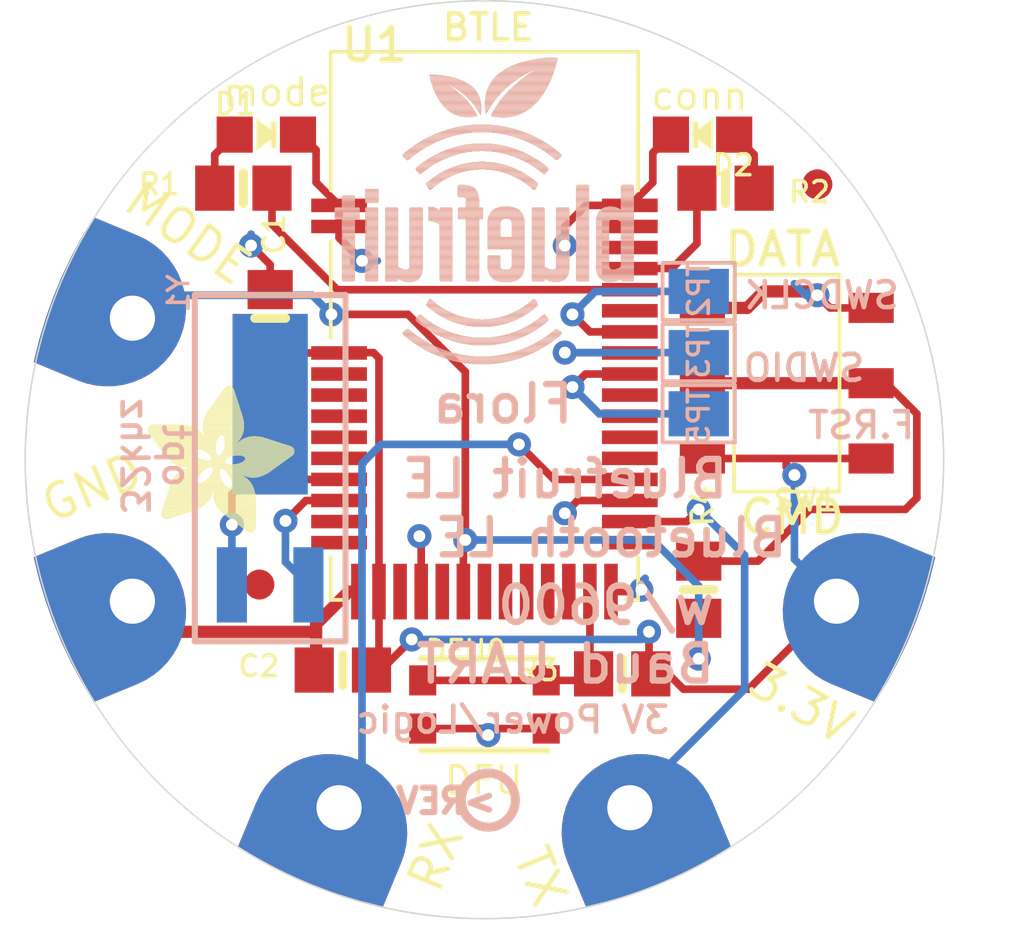
<source format=kicad_pcb>
(kicad_pcb (version 20211014) (generator pcbnew)
  (layers (0 "F.Cu" signal) (31 "B.Cu" signal) (34 "B.Paste" user) (35 "F.Paste" user) (36 "B.SilkS" user "B.Silkscreen") (37 "F.SilkS" user "F.Silkscreen") (38 "B.Mask" user) (39 "F.Mask" user) (44 "Edge.Cuts" user))
  (net 0 "")
  (net 1 "GND")
  (net 2 "DCC")
  (net 3 "DEC2")
  (net 4 "SWCLK")
  (net 5 "SWDIO/RST_3V")
  (net 6 "3.3V")
  (net 7 "MODE")
  (net 8 "CONN_LED")
  (net 9 "N$5")
  (net 10 "N$6")
  (net 11 "DFU")
  (net 12 "N$7")
  (net 13 "N$8")
  (net 14 "FCTRYRST_3V")
  (net 15 "N$1")
  (net 16 "MODE_LED")
  (net 17 "RXI")
  (net 18 "TXO")
  (footprint "boardEagle:0805-NO" (layer "F.Cu") (at 155.6131 109.3216 90)
    (fp_text reference "R4" (at 2.032 0.127 90) (layer "F.SilkS") (effects (font (size 0.692831 0.692831) (thickness 0.119969)) (justify left)))
    (fp_text value "2K")
    (pad "1" smd rect (at -0.95 0 90) (size 1.3 1.5) (layers "F.Cu" "F.Paste" "F.Mask") (net 7 "MODE"))
    (pad "2" smd rect (at 0.95 0 90) (size 1.3 1.5) (layers "F.Cu" "F.Paste" "F.Mask") (net 15 "N$1"))
  )
  (footprint "boardEagle:BTN_KMR2_4.6X2.8" (layer "F.Cu") (at 148.5011 113.1316)
    (fp_text reference "DFU0" (at -2.032 -1.778) (layer "F.SilkS") (effects (font (size 0.692831 0.692831) (thickness 0.119969)) (justify left)))
    (fp_text value "KMR2")
    (pad "A" smd rect (at 2.05 -0.8) (size 0.9 1) (layers "F.Cu" "F.Paste" "F.Mask") (net 11 "DFU"))
    (pad "A'" smd rect (at -2.05 -0.8) (size 0.9 1) (layers "F.Cu" "F.Paste" "F.Mask") (net 11 "DFU"))
    (pad "B" smd rect (at 2.05 0.8) (size 0.9 1) (layers "F.Cu" "F.Paste" "F.Mask") (net 1 "GND"))
    (pad "B'" smd rect (at -2.05 0.8) (size 0.9 1) (layers "F.Cu" "F.Paste" "F.Mask") (net 1 "GND"))
  )
  (footprint "boardEagle:0805-NO" (layer "F.Cu") (at 156.5021 95.9866)
    (fp_text reference "R2" (at 2.032 0.127) (layer "F.SilkS") (effects (font (size 0.692831 0.692831) (thickness 0.119969)) (justify left)))
    (fp_text value "2K")
    (pad "1" smd rect (at -0.95 0) (size 1.3 1.5) (layers "F.Cu" "F.Paste" "F.Mask") (net 8 "CONN_LED"))
    (pad "2" smd rect (at 0.95 0) (size 1.3 1.5) (layers "F.Cu" "F.Paste" "F.Mask") (net 10 "N$6"))
  )
  (footprint "boardEagle:FIDUCIAL_1MM" (layer "F.Cu") (at 141.0311 109.1496)
    (fp_text reference "FID2" hide)
    (fp_text value "FIDUCIAL\"\"" hide)
    (pad "1" smd roundrect (at 0 0) (size 1 1) (layers "F.Cu" "F.Mask") (roundrect_rratio 0.5))
  )
  (footprint "boardEagle:ADAFRUIT_5MM" (layer "F.Cu") (at 137.3251 107.4166)
    (fp_text reference "U$6" hide)
    (fp_text value "" hide)
  )
  (footprint "boardEagle:0805-NO" (layer "F.Cu") (at 140.5001 95.9866 180)
    (fp_text reference "R1" (at 2.032 0.127) (layer "F.SilkS") (effects (font (size 0.692831 0.692831) (thickness 0.119969)) (justify right)))
    (fp_text value "2K")
    (pad "1" smd rect (at -0.95 0 180) (size 1.3 1.5) (layers "F.Cu" "F.Paste" "F.Mask") (net 16 "MODE_LED"))
    (pad "2" smd rect (at 0.95 0 180) (size 1.3 1.5) (layers "F.Cu" "F.Paste" "F.Mask") (net 9 "N$5"))
  )
  (footprint "boardEagle:CHIPLED_0805_NOOUTLINE" (layer "F.Cu") (at 155.7401 94.2086 90)
    (fp_text reference "D2" (at -1.016 1.778) (layer "F.SilkS") (effects (font (size 0.692831 0.692831) (thickness 0.119969)) (justify right)))
    (fp_text value "BLUE")
    (pad "A" smd rect (at 0 1.05 90) (size 1.2 1.2) (layers "F.Cu" "F.Paste" "F.Mask") (net 10 "N$6"))
    (pad "C" smd rect (at 0 -1.05 90) (size 1.2 1.2) (layers "F.Cu" "F.Paste" "F.Mask") (net 1 "GND"))
  )
  (footprint "boardEagle:SEWINGTAP_2.0" (layer "F.Cu") (at 136.8171 100.3046 67.5)
    (fp_text reference "TP1" hide)
    (fp_text value "SEWTAP-2.0IN" hide)
    (fp_poly (pts (xy 1.097845 -2.657662) (xy 1.826708 -2.584729) (xy 2.6035 -2.467646) (xy 2.6035 -0.887081) (xy 2.584633 -0.575169) (xy 2.527959 -0.265914) (xy 2.434423 0.034255) (xy 2.305387 0.320961) (xy 2.142734 0.590022) (xy 1.948834 0.837517) (xy 1.726517 1.059834) (xy 1.479022 1.253734) (xy 1.209961 1.416387) (xy 0.923255 1.545423) (xy 0.623086 1.638959) (xy 0.313831 1.695633) (xy 0 1.714616) (xy -0.313831 1.695633) (xy -0.623086 1.638959) (xy -0.923255 1.545423) (xy -1.209961 1.416387) (xy -1.479022 1.253734) (xy -1.726517 1.059834) (xy -1.948834 0.837517) (xy -2.142734 0.590022) (xy -2.305387 0.320961) (xy -2.434423 0.034255) (xy -2.527959 -0.265914) (xy -2.584633 -0.575169) (xy -2.6035 -0.887081) (xy -2.6035 -2.467646) (xy -1.826708 -2.584729) (xy -1.097845 -2.657662) (xy -0.366252 -2.694174) (xy 0.366252 -2.694174)) (layer "F.Cu") (width 0) (fill solid))
    (fp_poly (pts (xy 1.097845 -2.657662) (xy 1.826708 -2.584729) (xy 2.6035 -2.467646) (xy 2.6035 -0.887081) (xy 2.584633 -0.575169) (xy 2.527959 -0.265914) (xy 2.434423 0.034255) (xy 2.305387 0.320961) (xy 2.142734 0.590022) (xy 1.948834 0.837517) (xy 1.726517 1.059834) (xy 1.479022 1.253734) (xy 1.209961 1.416387) (xy 0.923255 1.545423) (xy 0.623086 1.638959) (xy 0.313831 1.695633) (xy 0 1.714616) (xy -0.313831 1.695633) (xy -0.623086 1.638959) (xy -0.923255 1.545423) (xy -1.209961 1.416387) (xy -1.479022 1.253734) (xy -1.726517 1.059834) (xy -1.948834 0.837517) (xy -2.142734 0.590022) (xy -2.305387 0.320961) (xy -2.434423 0.034255) (xy -2.527959 -0.265914) (xy -2.584633 -0.575169) (xy -2.6035 -0.887081) (xy -2.6035 -2.467646) (xy -1.826708 -2.584729) (xy -1.097845 -2.657662) (xy -0.366252 -2.694174) (xy 0.366252 -2.694174)) (layer "B.Cu") (width 0) (fill solid))
    (pad "P$1" thru_hole circle (at 0 0 67.5) (size 2.54 2.54) (drill 1.5) (layers *.Cu *.Mask) (net 7 "MODE"))
  )
  (footprint "boardEagle:0805-NO" (layer "F.Cu") (at 141.3891 100.3046 90)
    (fp_text reference "C1" (at 2.032 0.127 90) (layer "F.SilkS") (effects (font (size 0.692831 0.692831) (thickness 0.119969)) (justify left)))
    (fp_text value "1uF")
    (pad "1" smd rect (at -0.95 0 90) (size 1.3 1.5) (layers "F.Cu" "F.Paste" "F.Mask") (net 6 "3.3V"))
    (pad "2" smd rect (at 0.95 0 90) (size 1.3 1.5) (layers "F.Cu" "F.Paste" "F.Mask") (net 1 "GND"))
  )
  (footprint "boardEagle:0805-NO" (layer "F.Cu") (at 153.0731 112.1156 180)
    (fp_text reference "R3" (at 2.032 0.127) (layer "F.SilkS") (effects (font (size 0.692831 0.692831) (thickness 0.119969)) (justify right)))
    (fp_text value "10K")
    (pad "1" smd rect (at -0.95 0 180) (size 1.3 1.5) (layers "F.Cu" "F.Paste" "F.Mask") (net 6 "3.3V"))
    (pad "2" smd rect (at 0.95 0 180) (size 1.3 1.5) (layers "F.Cu" "F.Paste" "F.Mask") (net 11 "DFU"))
  )
  (footprint "boardEagle:EG1390" (layer "F.Cu") (at 158.5341 102.4636 90)
    (fp_text reference "SW1" (at -3.886 1.764) (layer "F.SilkS") (effects (font (size 0.692831 0.692831) (thickness 0.119969)) (justify right)))
    (fp_text value "EG1319")
    (pad "" np_thru_hole circle (at -1.5 0 90) (size 1 1) (drill 1) (layers *.Cu *.Mask))
    (pad "" np_thru_hole circle (at 1.5 0 90) (size 1 1) (drill 1) (layers *.Cu *.Mask))
    (pad "O1" smd rect (at -2.5 -2.8 90) (size 1 1.5) (layers "F.Cu" "F.Paste" "F.Mask") (net 6 "3.3V"))
    (pad "O2" smd rect (at -2.5 2.8 90) (size 1 1.5) (layers "F.Cu" "F.Paste" "F.Mask") (net 6 "3.3V"))
    (pad "P1" smd rect (at 0 -2.8 90) (size 1 1.5) (layers "F.Cu" "F.Paste" "F.Mask") (net 15 "N$1"))
    (pad "P2" smd rect (at 0 2.8 90) (size 1 1.5) (layers "F.Cu" "F.Paste" "F.Mask") (net 15 "N$1"))
    (pad "S1" smd rect (at 2.5 -2.8 90) (size 1 1.5) (layers "F.Cu" "F.Paste" "F.Mask") (net 1 "GND"))
    (pad "S2" smd rect (at 2.5 2.8 90) (size 1 1.5) (layers "F.Cu" "F.Paste" "F.Mask") (net 1 "GND"))
  )
  (footprint "boardEagle:SEWINGTAP_2.0" (layer "F.Cu") (at 153.3271 116.5606 -157.5)
    (fp_text reference "TX0" hide)
    (fp_text value "SEWTAP-2.0IN" hide)
    (fp_poly (pts (xy 1.097845 -2.657662) (xy 1.826708 -2.584729) (xy 2.6035 -2.467646) (xy 2.6035 -0.887081) (xy 2.584633 -0.575169) (xy 2.527959 -0.265914) (xy 2.434423 0.034255) (xy 2.305387 0.320961) (xy 2.142734 0.590022) (xy 1.948834 0.837517) (xy 1.726517 1.059834) (xy 1.479022 1.253734) (xy 1.209961 1.416387) (xy 0.923255 1.545423) (xy 0.623086 1.638959) (xy 0.313831 1.695633) (xy 0 1.714616) (xy -0.313831 1.695633) (xy -0.623086 1.638959) (xy -0.923255 1.545423) (xy -1.209961 1.416387) (xy -1.479022 1.253734) (xy -1.726517 1.059834) (xy -1.948834 0.837517) (xy -2.142734 0.590022) (xy -2.305387 0.320961) (xy -2.434423 0.034255) (xy -2.527959 -0.265914) (xy -2.584633 -0.575169) (xy -2.6035 -0.887081) (xy -2.6035 -2.467646) (xy -1.826708 -2.584729) (xy -1.097845 -2.657662) (xy -0.366252 -2.694174) (xy 0.366252 -2.694174)) (layer "F.Cu") (width 0) (fill solid))
    (fp_poly (pts (xy 1.097845 -2.657662) (xy 1.826708 -2.584729) (xy 2.6035 -2.467646) (xy 2.6035 -0.887081) (xy 2.584633 -0.575169) (xy 2.527959 -0.265914) (xy 2.434423 0.034255) (xy 2.305387 0.320961) (xy 2.142734 0.590022) (xy 1.948834 0.837517) (xy 1.726517 1.059834) (xy 1.479022 1.253734) (xy 1.209961 1.416387) (xy 0.923255 1.545423) (xy 0.623086 1.638959) (xy 0.313831 1.695633) (xy 0 1.714616) (xy -0.313831 1.695633) (xy -0.623086 1.638959) (xy -0.923255 1.545423) (xy -1.209961 1.416387) (xy -1.479022 1.253734) (xy -1.726517 1.059834) (xy -1.948834 0.837517) (xy -2.142734 0.590022) (xy -2.305387 0.320961) (xy -2.434423 0.034255) (xy -2.527959 -0.265914) (xy -2.584633 -0.575169) (xy -2.6035 -0.887081) (xy -2.6035 -2.467646) (xy -1.826708 -2.584729) (xy -1.097845 -2.657662) (xy -0.366252 -2.694174) (xy 0.366252 -2.694174)) (layer "B.Cu") (width 0) (fill solid))
    (pad "P$1" thru_hole circle (at 0 0 202.5) (size 2.54 2.54) (drill 1.5) (layers *.Cu *.Mask) (net 18 "TXO"))
  )
  (footprint "boardEagle:BLE_MODULE_RAYTAC_MDBT40" (layer "F.Cu") (at 148.5011 100.5586)
    (fp_text reference "U1" (at -4.866 -9.328) (layer "F.SilkS") (effects (font (size 1.082548 1.082548) (thickness 0.187452)) (justify left)))
    (fp_text value "MBT40")
    (pad "" np_thru_hole circle (at 2.2 -4.45) (size 0.9 0.9) (drill 0.9) (layers *.Cu *.Mask))
    (pad "1" smd rect (at -4.825 -4) (size 1.85 0.45) (layers "F.Cu" "F.Paste" "F.Mask") (net 1 "GND"))
    (pad "2" smd rect (at -4.825 -3.3) (size 1.85 0.45) (layers "F.Cu" "F.Paste" "F.Mask") (net 1 "GND"))
    (pad "3" smd rect (at -4.825 0.9) (size 1.85 0.45) (layers "F.Cu" "F.Paste" "F.Mask") (net 6 "3.3V"))
    (pad "4" smd rect (at -4.825 1.6) (size 1.85 0.45) (layers "F.Cu" "F.Paste" "F.Mask"))
    (pad "5" smd rect (at -4.825 2.3) (size 1.85 0.45) (layers "F.Cu" "F.Paste" "F.Mask"))
    (pad "6" smd rect (at -4.825 3) (size 1.85 0.45) (layers "F.Cu" "F.Paste" "F.Mask"))
    (pad "7" smd rect (at -4.825 3.7) (size 1.85 0.45) (layers "F.Cu" "F.Paste" "F.Mask"))
    (pad "8" smd rect (at -4.825 4.4) (size 1.85 0.45) (layers "F.Cu" "F.Paste" "F.Mask"))
    (pad "9" smd rect (at -4.825 5.1) (size 1.85 0.45) (layers "F.Cu" "F.Paste" "F.Mask") (net 12 "N$7"))
    (pad "10" smd rect (at -4.825 5.8) (size 1.85 0.45) (layers "F.Cu" "F.Paste" "F.Mask") (net 13 "N$8"))
    (pad "11" smd rect (at -4.825 6.5) (size 1.85 0.45) (layers "F.Cu" "F.Paste" "F.Mask"))
    (pad "12" smd rect (at -4.825 7.2) (size 1.85 0.45) (layers "F.Cu" "F.Paste" "F.Mask"))
    (pad "13" smd rect (at -4.2 8.825 90) (size 1.85 0.45) (layers "F.Cu" "F.Paste" "F.Mask") (net 1 "GND"))
    (pad "14" smd rect (at -3.5 8.825 90) (size 1.85 0.45) (layers "F.Cu" "F.Paste" "F.Mask") (net 6 "3.3V"))
    (pad "15" smd rect (at -2.8 8.825 90) (size 1.85 0.45) (layers "F.Cu" "F.Paste" "F.Mask") (net 2 "DCC"))
    (pad "16" smd rect (at -2.1 8.825 90) (size 1.85 0.45) (layers "F.Cu" "F.Paste" "F.Mask") (net 1 "GND"))
    (pad "17" smd rect (at -1.4 8.825 90) (size 1.85 0.45) (layers "F.Cu" "F.Paste" "F.Mask"))
    (pad "18" smd rect (at -0.7 8.825 90) (size 1.85 0.45) (layers "F.Cu" "F.Paste" "F.Mask") (net 7 "MODE"))
    (pad "19" smd rect (at 0 8.825 90) (size 1.85 0.45) (layers "F.Cu" "F.Paste" "F.Mask"))
    (pad "20" smd rect (at 0.7 8.825 90) (size 1.85 0.45) (layers "F.Cu" "F.Paste" "F.Mask"))
    (pad "21" smd rect (at 1.4 8.825 90) (size 1.85 0.45) (layers "F.Cu" "F.Paste" "F.Mask"))
    (pad "22" smd rect (at 2.1 8.825 90) (size 1.85 0.45) (layers "F.Cu" "F.Paste" "F.Mask"))
    (pad "23" smd rect (at 2.8 8.825 90) (size 1.85 0.45) (layers "F.Cu" "F.Paste" "F.Mask"))
    (pad "24" smd rect (at 3.5 8.825 90) (size 1.85 0.45) (layers "F.Cu" "F.Paste" "F.Mask") (net 11 "DFU"))
    (pad "25" smd rect (at 4.2 8.825 90) (size 1.85 0.45) (layers "F.Cu" "F.Paste" "F.Mask") (net 1 "GND"))
    (pad "26" smd rect (at 4.825 7.2) (size 1.85 0.45) (layers "F.Cu" "F.Paste" "F.Mask"))
    (pad "27" smd rect (at 4.825 6.5) (size 1.85 0.45) (layers "F.Cu" "F.Paste" "F.Mask") (net 18 "TXO"))
    (pad "28" smd rect (at 4.825 5.8) (size 1.85 0.45) (layers "F.Cu" "F.Paste" "F.Mask") (net 1 "GND"))
    (pad "29" smd rect (at 4.825 5.1) (size 1.85 0.45) (layers "F.Cu" "F.Paste" "F.Mask") (net 17 "RXI"))
    (pad "30" smd rect (at 4.825 4.4) (size 1.85 0.45) (layers "F.Cu" "F.Paste" "F.Mask"))
    (pad "31" smd rect (at 4.825 3.7) (size 1.85 0.45) (layers "F.Cu" "F.Paste" "F.Mask"))
    (pad "32" smd rect (at 4.825 3) (size 1.85 0.45) (layers "F.Cu" "F.Paste" "F.Mask"))
    (pad "33" smd rect (at 4.825 2.3) (size 1.85 0.45) (layers "F.Cu" "F.Paste" "F.Mask"))
    (pad "34" smd rect (at 4.825 1.6) (size 1.85 0.45) (layers "F.Cu" "F.Paste" "F.Mask") (net 14 "FCTRYRST_3V"))
    (pad "35" smd rect (at 4.825 0.9) (size 1.85 0.45) (layers "F.Cu" "F.Paste" "F.Mask") (net 5 "SWDIO/RST_3V"))
    (pad "36" smd rect (at 4.825 0.2) (size 1.85 0.45) (layers "F.Cu" "F.Paste" "F.Mask") (net 4 "SWCLK"))
    (pad "37" smd rect (at 4.825 -0.5) (size 1.85 0.45) (layers "F.Cu" "F.Paste" "F.Mask"))
    (pad "38" smd rect (at 4.825 -1.2) (size 1.85 0.45) (layers "F.Cu" "F.Paste" "F.Mask") (net 16 "MODE_LED"))
    (pad "39" smd rect (at 4.825 -1.9) (size 1.85 0.45) (layers "F.Cu" "F.Paste" "F.Mask") (net 8 "CONN_LED"))
    (pad "40" smd rect (at 4.825 -2.6) (size 1.85 0.45) (layers "F.Cu" "F.Paste" "F.Mask"))
    (pad "41" smd rect (at 4.825 -3.3) (size 1.85 0.45) (layers "F.Cu" "F.Paste" "F.Mask") (net 3 "DEC2"))
    (pad "42" smd rect (at 4.825 -4) (size 1.85 0.45) (layers "F.Cu" "F.Paste" "F.Mask") (net 1 "GND"))
  )
  (footprint "boardEagle:FIDUCIAL_1MM" (layer "F.Cu") (at 159.5501 95.8596)
    (fp_text reference "FID1" hide)
    (fp_text value "FIDUCIAL\"\"" hide)
    (pad "1" smd roundrect (at 0 0) (size 1 1) (layers "F.Cu" "F.Mask") (roundrect_rratio 0.5))
  )
  (footprint "boardEagle:SEWINGTAP_2.0" (layer "F.Cu") (at 143.6751 116.5606 157.5)
    (fp_text reference "RX0" hide)
    (fp_text value "SEWTAP-2.0IN" hide)
    (fp_poly (pts (xy 1.097845 -2.657662) (xy 1.826708 -2.584729) (xy 2.6035 -2.467646) (xy 2.6035 -0.887081) (xy 2.584633 -0.575169) (xy 2.527959 -0.265914) (xy 2.434423 0.034255) (xy 2.305387 0.320961) (xy 2.142734 0.590022) (xy 1.948834 0.837517) (xy 1.726517 1.059834) (xy 1.479022 1.253734) (xy 1.209961 1.416387) (xy 0.923255 1.545423) (xy 0.623086 1.638959) (xy 0.313831 1.695633) (xy 0 1.714616) (xy -0.313831 1.695633) (xy -0.623086 1.638959) (xy -0.923255 1.545423) (xy -1.209961 1.416387) (xy -1.479022 1.253734) (xy -1.726517 1.059834) (xy -1.948834 0.837517) (xy -2.142734 0.590022) (xy -2.305387 0.320961) (xy -2.434423 0.034255) (xy -2.527959 -0.265914) (xy -2.584633 -0.575169) (xy -2.6035 -0.887081) (xy -2.6035 -2.467646) (xy -1.826708 -2.584729) (xy -1.097845 -2.657662) (xy -0.366252 -2.694174) (xy 0.366252 -2.694174)) (layer "F.Cu") (width 0) (fill solid))
    (fp_poly (pts (xy 1.097845 -2.657662) (xy 1.826708 -2.584729) (xy 2.6035 -2.467646) (xy 2.6035 -0.887081) (xy 2.584633 -0.575169) (xy 2.527959 -0.265914) (xy 2.434423 0.034255) (xy 2.305387 0.320961) (xy 2.142734 0.590022) (xy 1.948834 0.837517) (xy 1.726517 1.059834) (xy 1.479022 1.253734) (xy 1.209961 1.416387) (xy 0.923255 1.545423) (xy 0.623086 1.638959) (xy 0.313831 1.695633) (xy 0 1.714616) (xy -0.313831 1.695633) (xy -0.623086 1.638959) (xy -0.923255 1.545423) (xy -1.209961 1.416387) (xy -1.479022 1.253734) (xy -1.726517 1.059834) (xy -1.948834 0.837517) (xy -2.142734 0.590022) (xy -2.305387 0.320961) (xy -2.434423 0.034255) (xy -2.527959 -0.265914) (xy -2.584633 -0.575169) (xy -2.6035 -0.887081) (xy -2.6035 -2.467646) (xy -1.826708 -2.584729) (xy -1.097845 -2.657662) (xy -0.366252 -2.694174) (xy 0.366252 -2.694174)) (layer "B.Cu") (width 0) (fill solid))
    (pad "P$1" thru_hole circle (at 0 0 157.5) (size 2.54 2.54) (drill 1.5) (layers *.Cu *.Mask) (net 17 "RXI"))
  )
  (footprint "boardEagle:SEWINGTAP_2.0" (layer "F.Cu") (at 136.8171 109.7026 112.5)
    (fp_text reference "GND0" hide)
    (fp_text value "SEWTAP-2.0IN" hide)
    (fp_poly (pts (xy 1.097845 -2.657662) (xy 1.826708 -2.584729) (xy 2.6035 -2.467646) (xy 2.6035 -0.887081) (xy 2.584633 -0.575169) (xy 2.527959 -0.265914) (xy 2.434423 0.034255) (xy 2.305387 0.320961) (xy 2.142734 0.590022) (xy 1.948834 0.837517) (xy 1.726517 1.059834) (xy 1.479022 1.253734) (xy 1.209961 1.416387) (xy 0.923255 1.545423) (xy 0.623086 1.638959) (xy 0.313831 1.695633) (xy 0 1.714616) (xy -0.313831 1.695633) (xy -0.623086 1.638959) (xy -0.923255 1.545423) (xy -1.209961 1.416387) (xy -1.479022 1.253734) (xy -1.726517 1.059834) (xy -1.948834 0.837517) (xy -2.142734 0.590022) (xy -2.305387 0.320961) (xy -2.434423 0.034255) (xy -2.527959 -0.265914) (xy -2.584633 -0.575169) (xy -2.6035 -0.887081) (xy -2.6035 -2.467646) (xy -1.826708 -2.584729) (xy -1.097845 -2.657662) (xy -0.366252 -2.694174) (xy 0.366252 -2.694174)) (layer "F.Cu") (width 0) (fill solid))
    (fp_poly (pts (xy 1.097845 -2.657662) (xy 1.826708 -2.584729) (xy 2.6035 -2.467646) (xy 2.6035 -0.887081) (xy 2.584633 -0.575169) (xy 2.527959 -0.265914) (xy 2.434423 0.034255) (xy 2.305387 0.320961) (xy 2.142734 0.590022) (xy 1.948834 0.837517) (xy 1.726517 1.059834) (xy 1.479022 1.253734) (xy 1.209961 1.416387) (xy 0.923255 1.545423) (xy 0.623086 1.638959) (xy 0.313831 1.695633) (xy 0 1.714616) (xy -0.313831 1.695633) (xy -0.623086 1.638959) (xy -0.923255 1.545423) (xy -1.209961 1.416387) (xy -1.479022 1.253734) (xy -1.726517 1.059834) (xy -1.948834 0.837517) (xy -2.142734 0.590022) (xy -2.305387 0.320961) (xy -2.434423 0.034255) (xy -2.527959 -0.265914) (xy -2.584633 -0.575169) (xy -2.6035 -0.887081) (xy -2.6035 -2.467646) (xy -1.826708 -2.584729) (xy -1.097845 -2.657662) (xy -0.366252 -2.694174) (xy 0.366252 -2.694174)) (layer "B.Cu") (width 0) (fill solid))
    (pad "P$1" thru_hole circle (at 0 0 112.5) (size 2.54 2.54) (drill 1.5) (layers *.Cu *.Mask) (net 1 "GND"))
  )
  (footprint "boardEagle:CHIPLED_0805_NOOUTLINE" (layer "F.Cu") (at 141.2621 94.2086 -90)
    (fp_text reference "D1" (at -1.016 1.778) (layer "F.SilkS") (effects (font (size 0.692831 0.692831) (thickness 0.119969)) (justify left)))
    (fp_text value "RED")
    (pad "A" smd rect (at 0 1.05 270) (size 1.2 1.2) (layers "F.Cu" "F.Paste" "F.Mask") (net 9 "N$5"))
    (pad "C" smd rect (at 0 -1.05 270) (size 1.2 1.2) (layers "F.Cu" "F.Paste" "F.Mask") (net 1 "GND"))
  )
  (footprint "boardEagle:SEWINGTAP_2.0" (layer "F.Cu") (at 160.1851 109.7026 -112.5)
    (fp_text reference "UNK3V3IN0" hide)
    (fp_text value "SEWTAP-2.0IN" hide)
    (fp_poly (pts (xy 1.097845 -2.657662) (xy 1.826708 -2.584729) (xy 2.6035 -2.467646) (xy 2.6035 -0.887081) (xy 2.584633 -0.575169) (xy 2.527959 -0.265914) (xy 2.434423 0.034255) (xy 2.305387 0.320961) (xy 2.142734 0.590022) (xy 1.948834 0.837517) (xy 1.726517 1.059834) (xy 1.479022 1.253734) (xy 1.209961 1.416387) (xy 0.923255 1.545423) (xy 0.623086 1.638959) (xy 0.313831 1.695633) (xy 0 1.714616) (xy -0.313831 1.695633) (xy -0.623086 1.638959) (xy -0.923255 1.545423) (xy -1.209961 1.416387) (xy -1.479022 1.253734) (xy -1.726517 1.059834) (xy -1.948834 0.837517) (xy -2.142734 0.590022) (xy -2.305387 0.320961) (xy -2.434423 0.034255) (xy -2.527959 -0.265914) (xy -2.584633 -0.575169) (xy -2.6035 -0.887081) (xy -2.6035 -2.467646) (xy -1.826708 -2.584729) (xy -1.097845 -2.657662) (xy -0.366252 -2.694174) (xy 0.366252 -2.694174)) (layer "F.Cu") (width 0) (fill solid))
    (fp_poly (pts (xy 1.097845 -2.657662) (xy 1.826708 -2.584729) (xy 2.6035 -2.467646) (xy 2.6035 -0.887081) (xy 2.584633 -0.575169) (xy 2.527959 -0.265914) (xy 2.434423 0.034255) (xy 2.305387 0.320961) (xy 2.142734 0.590022) (xy 1.948834 0.837517) (xy 1.726517 1.059834) (xy 1.479022 1.253734) (xy 1.209961 1.416387) (xy 0.923255 1.545423) (xy 0.623086 1.638959) (xy 0.313831 1.695633) (xy 0 1.714616) (xy -0.313831 1.695633) (xy -0.623086 1.638959) (xy -0.923255 1.545423) (xy -1.209961 1.416387) (xy -1.479022 1.253734) (xy -1.726517 1.059834) (xy -1.948834 0.837517) (xy -2.142734 0.590022) (xy -2.305387 0.320961) (xy -2.434423 0.034255) (xy -2.527959 -0.265914) (xy -2.584633 -0.575169) (xy -2.6035 -0.887081) (xy -2.6035 -2.467646) (xy -1.826708 -2.584729) (xy -1.097845 -2.657662) (xy -0.366252 -2.694174) (xy 0.366252 -2.694174)) (layer "B.Cu") (width 0) (fill solid))
    (pad "P$1" thru_hole circle (at 0 0 247.5) (size 2.54 2.54) (drill 1.5) (layers *.Cu *.Mask) (net 6 "3.3V"))
  )
  (footprint "boardEagle:0805-NO" (layer "F.Cu") (at 143.8021 111.9886 180)
    (fp_text reference "C2" (at 2.032 0.127) (layer "F.SilkS") (effects (font (size 0.692831 0.692831) (thickness 0.119969)) (justify right)))
    (fp_text value "1uF")
    (pad "1" smd rect (at -0.95 0 180) (size 1.3 1.5) (layers "F.Cu" "F.Paste" "F.Mask") (net 6 "3.3V"))
    (pad "2" smd rect (at 0.95 0 180) (size 1.3 1.5) (layers "F.Cu" "F.Paste" "F.Mask") (net 1 "GND"))
  )
  (footprint "boardEagle:PCBFEAT-REV-040" (layer "B.Cu") (at 148.6281 116.3066 180)
    (fp_text reference "U$24" hide)
    (fp_text value "" hide)
    (fp_text user ">REV" (at -0.3556 -0.508) (layer "B.SilkS") (effects (font (size 0.8128 0.8128) (thickness 0.2032)) (justify left bottom mirror)))
  )
  (footprint "boardEagle:PAD-1.5X2.0" (layer "B.Cu") (at 155.6131 101.4476 90)
    (fp_text reference "TP3" (at 1.1 0 90) (layer "B.SilkS") (effects (font (size 0.692831 0.692831) (thickness 0.119969)) (justify left mirror)))
    (fp_text value "SWDIO")
    (pad "P$1" smd rect (at 0 0 90) (size 1.5 2) (layers "B.Cu" "B.Mask") (net 5 "SWDIO/RST_3V"))
  )
  (footprint "boardEagle:PAD-1.5X2.0" (layer "B.Cu") (at 155.6131 99.4156 90)
    (fp_text reference "TP2" (at 1.1 0 90) (layer "B.SilkS") (effects (font (size 0.692831 0.692831) (thickness 0.119969)) (justify left mirror)))
    (fp_text value "SWCLK")
    (pad "P$1" smd rect (at 0 0 90) (size 1.5 2) (layers "B.Cu" "B.Mask") (net 4 "SWCLK"))
  )
  (footprint "boardEagle:CRYSTAL_CYL_2X6MM_SMT" (layer "B.Cu") (at 141.3891 107.0356 -90)
    (fp_text reference "Y1" (at -6.85 3.04 -270) (layer "B.SilkS") (effects (font (size 0.692831 0.692831) (thickness 0.119969)) (justify right mirror)))
    (fp_text value "32.768kHz (535-9166-2-ND)")
    (pad "1" smd rect (at 2.125 1.27 270) (size 2.5 1) (layers "B.Cu" "B.Paste" "B.Mask") (net 12 "N$7"))
    (pad "2" smd rect (at 2.125 -1.27 270) (size 2.5 1) (layers "B.Cu" "B.Paste" "B.Mask") (net 13 "N$8"))
    (pad "CYLINDER" smd rect (at -3.875 0 270) (size 6 2.5) (layers "B.Cu" "B.Paste" "B.Mask"))
  )
  (footprint "boardEagle:PAD-1.5X2.0" (layer "B.Cu") (at 155.6131 103.4796 -90)
    (fp_text reference "TP5" (at 1.1 0 -270) (layer "B.SilkS") (effects (font (size 0.692831 0.692831) (thickness 0.119969)) (justify right mirror)))
    (fp_text value "FCTRST")
    (pad "P$1" smd rect (at 0 0 270) (size 1.5 2) (layers "B.Cu" "B.Mask") (net 14 "FCTRYRST_3V"))
  )
  (footprint "boardEagle:FLORASMALL" (layer "B.Cu") (at 153.5811 95.8596 -90)
    (fp_text reference "U$7" hide)
    (fp_text value "" hide)
  )
  (footprint "boardEagle:BLUEFRUITLOGO_100MM" (layer "B.Cu") (at 153.4541 101.8286 180)
    (fp_text reference "U$23" hide)
    (fp_text value "" hide)
  )
  (gr_arc (start 148.5011 120.2436) (mid 137.724793 115.779907) (end 133.2611 105.0036) (layer "Edge.Cuts") (width 0.05))
  (gr_arc (start 133.2611 105.0036) (mid 137.724793 94.227293) (end 148.5011 89.7636) (layer "Edge.Cuts") (width 0.05))
  (gr_arc (start 148.5011 89.7636) (mid 159.277407 94.227293) (end 163.7411 105.0036) (layer "Edge.Cuts") (width 0.05))
  (gr_arc (start 163.7411 105.0036) (mid 159.277407 115.779907) (end 148.5011 120.2436) (layer "Edge.Cuts") (width 0.05))
  (gr_text "3V Power/Logic" (at 154.7241 114.1476) (layer "B.SilkS") (effects (font (size 0.8636 0.8636) (thickness 0.1524)) (justify left bottom mirror)))
  (gr_text "SWDCLK" (at 162.3441 100.0506) (layer "B.SilkS") (effects (font (size 0.8636 0.8636) (thickness 0.1524)) (justify left bottom mirror)))
  (gr_text "Bluetooth LE" (at 158.6611 108.3056) (layer "B.SilkS") (effects (font (size 1.20904 1.20904) (thickness 0.21336)) (justify left bottom mirror)))
  (gr_text "w/9600\nBaud UART" (at 156.2481 112.4966) (layer "B.SilkS") (effects (font (size 1.20904 1.20904) (thickness 0.21336)) (justify left bottom mirror)))
  (gr_text "SWDIO" (at 161.2011 102.4636) (layer "B.SilkS") (effects (font (size 0.8636 0.8636) (thickness 0.1524)) (justify left bottom mirror)))
  (gr_text "opt\n32khz" (at 137.5791 104.8766 -90) (layer "B.SilkS") (effects (font (size 0.8636 0.8636) (thickness 0.1524)) (justify mirror)))
  (gr_text "F.RST" (at 162.8521 104.3686) (layer "B.SilkS") (effects (font (size 0.8636 0.8636) (thickness 0.1524)) (justify left bottom mirror)))
  (gr_text "Flora" (at 151.5491 103.8606) (layer "B.SilkS") (effects (font (size 1.20904 1.20904) (thickness 0.21336)) (justify left bottom mirror)))
  (gr_text "Bluefruit LE" (at 151.1681 105.6386) (layer "B.SilkS") (effects (font (size 1.20904 1.20904) (thickness 0.21336)) (justify mirror)))
  (gr_text "mode" (at 139.7381 93.3196) (layer "F.SilkS") (effects (font (size 0.89408 0.89408) (thickness 0.12192)) (justify left bottom)))
  (gr_text "DFU" (at 147.1041 116.1796) (layer "F.SilkS") (effects (font (size 0.89408 0.89408) (thickness 0.12192)) (justify left bottom)))
  (gr_text "TX" (at 151.362237 119.5686 292.5) (layer "F.SilkS") (effects (font (size 1.1176 1.1176) (thickness 0.1524)) (justify right top)))
  (gr_text "conn" (at 153.9621 93.4466) (layer "F.SilkS") (effects (font (size 0.89408 0.89408) (thickness 0.12192)) (justify left bottom)))
  (gr_text "DATA" (at 156.3751 98.6536) (layer "F.SilkS") (effects (font (size 1.0922 1.0922) (thickness 0.1778)) (justify left bottom)))
  (gr_text "CMD" (at 156.8831 107.5436) (layer "F.SilkS") (effects (font (size 1.0922 1.0922) (thickness 0.1778)) (justify left bottom)))
  (gr_text "3.3V" (at 160.977956 113.491403 330) (layer "F.SilkS") (effects (font (size 1.1176 1.1176) (thickness 0.1524)) (justify right top)))
  (gr_text "GND" (at 134.063629 107.232393 22.5) (layer "F.SilkS") (effects (font (size 1.1176 1.1176) (thickness 0.1524)) (justify left bottom)))
  (gr_text "MODE" (at 136.327904 96.6506 325) (layer "F.SilkS") (effects (font (size 1.1176 1.1176) (thickness 0.1524)) (justify left bottom)))
  (gr_text "BTLE" (at 148.6281 90.6526) (layer "F.SilkS") (effects (font (size 0.8636 0.8636) (thickness 0.1524))))
  (gr_text "RX" (at 147.035904 119.570462 67.5) (layer "F.SilkS") (effects (font (size 1.1176 1.1176) (thickness 0.1524)) (justify left bottom)))
  (segment (start 154.0891 95.7956) (end 154.0891 94.8096) (width 0.254) (layer "F.Cu") (net 1))
  (segment (start 142.9131 110.7186) (end 142.9131 111.9276) (width 0.4064) (layer "F.Cu") (net 1))
  (segment (start 148.421607 113.9316) (end 148.6281 114.138093) (width 0.254) (layer "F.Cu") (net 1))
  (segment (start 146.4511 113.9316) (end 148.421607 113.9316) (width 0.254) (layer "F.Cu") (net 1))
  (segment (start 151.8661 96.5586) (end 151.1681 97.2566) (width 0.254) (layer "F.Cu") (net 1))
  (segment (start 146.4011 107.6026) (end 146.3421 107.5436) (width 0.254) (layer "F.Cu") (net 1))
  (segment (start 142.9131 111.9276) (end 142.8521 111.9886) (width 0.4064) (layer "F.Cu") (net 1))
  (segment (start 159.9711 99.9636) (end 159.5501 99.5426) (width 0.254) (layer "F.Cu") (net 1))
  (segment (start 143.6761 97.2586) (end 143.6761 97.6386) (width 0.254) (layer "F.Cu") (net 1))
  (segment (start 153.3261 96.5586) (end 151.8661 96.5586) (width 0.254) (layer "F.Cu") (net 1))
  (segment (start 143.9941 109.3836) (end 142.9131 110.4646) (width 0.4064) (layer "F.Cu") (net 1))
  (segment (start 153.6461 109.3836) (end 153.7081 109.3216) (width 0.254) (layer "F.Cu") (net 1))
  (segment (start 143.6761 97.6386) (end 144.4371 98.3996) (width 0.254) (layer "F.Cu") (net 1))
  (segment (start 153.3261 96.5586) (end 154.0891 95.7956) (width 0.254) (layer "F.Cu") (net 1))
  (segment (start 155.7341 99.9636) (end 157.2241 99.9636) (width 0.4064) (layer "F.Cu") (net 1))
  (segment (start 142.4051 94.2086) (end 142.3121 94.2086) (width 0.254) (layer "F.Cu") (net 1))
  (segment (start 151.1681 97.2566) (end 151.1681 97.8916) (width 0.254) (layer "F.Cu") (net 1))
  (segment (start 157.7721 99.4156) (end 159.4231 99.4156) (width 0.4064) (layer "F.Cu") (net 1))
  (segment (start 148.421607 113.9316) (end 150.5511 113.9316) (width 0.254) (layer "F.Cu") (net 1))
  (segment (start 153.3261 106.3586) (end 151.5911 106.3586) (width 0.254) (layer "F.Cu") (net 1))
  (segment (start 142.9131 95.7956) (end 142.9131 94.7166) (width 0.254) (layer "F.Cu") (net 1))
  (segment (start 137.9601 110.7186) (end 142.9131 110.7186) (width 0.4064) (layer "F.Cu") (net 1))
  (segment (start 161.3341 99.9636) (end 159.9711 99.9636) (width 0.254) (layer "F.Cu") (net 1))
  (segment (start 146.4011 109.3836) (end 146.4011 107.6026) (width 0.254) (layer "F.Cu") (net 1))
  (segment (start 136.8171 109.7026) (end 137.9601 110.7186) (width 0.4064) (layer "F.Cu") (net 1))
  (segment (start 159.4231 99.4156) (end 159.5501 99.5426) (width 0.4064) (layer "F.Cu") (net 1))
  (segment (start 148.6281 114.138093) (end 148.6281 114.1476) (width 0.254) (layer "F.Cu") (net 1))
  (segment (start 143.6761 96.5586) (end 142.9131 95.7956) (width 0.254) (layer "F.Cu") (net 1))
  (segment (start 154.0891 94.8096) (end 154.6901 94.2086) (width 0.254) (layer "F.Cu") (net 1))
  (segment (start 141.3891 98.5266) (end 140.7541 97.8916) (width 0.254) (layer "F.Cu") (net 1))
  (segment (start 157.2241 99.9636) (end 157.7721 99.4156) (width 0.4064) (layer "F.Cu") (net 1))
  (segment (start 144.3011 109.3836) (end 143.9941 109.3836) (width 0.4064) (layer "F.Cu") (net 1))
  (segment (start 143.6761 96.5586) (end 143.6761 97.2586) (width 0.254) (layer "F.Cu") (net 1))
  (segment (start 141.3891 99.3546) (end 141.3891 98.5266) (width 0.254) (layer "F.Cu") (net 1))
  (segment (start 152.7011 109.3836) (end 153.6461 109.3836) (width 0.254) (layer "F.Cu") (net 1))
  (segment (start 142.9131 110.4646) (end 142.9131 110.7186) (width 0.4064) (layer "F.Cu") (net 1))
  (segment (start 151.5911 106.3586) (end 151.1681 106.7816) (width 0.254) (layer "F.Cu") (net 1))
  (segment (start 142.9131 94.7166) (end 142.4051 94.2086) (width 0.254) (layer "F.Cu") (net 1))
  (via (at 146.3421 107.5436) (size 0.8001) (drill 0.3937) (layers "F.Cu" "B.Cu") (net 1))
  (via (at 151.1681 106.7816) (size 0.8001) (drill 0.3937) (layers "F.Cu" "B.Cu") (net 1))
  (via (at 153.7081 109.3216) (size 0.8001) (drill 0.3937) (layers "F.Cu" "B.Cu") (net 1))
  (via (at 151.1681 97.8916) (size 0.8001) (drill 0.3937) (layers "F.Cu" "B.Cu") (net 1))
  (via (at 140.7541 97.8916) (size 0.8001) (drill 0.3937) (layers "F.Cu" "B.Cu") (net 1))
  (via (at 148.6281 114.1476) (size 0.8001) (drill 0.3937) (layers "F.Cu" "B.Cu") (net 1))
  (via (at 144.4371 98.3996) (size 0.8001) (drill 0.3937) (layers "F.Cu" "B.Cu") (net 1))
  (via (at 159.5501 99.5426) (size 0.8001) (drill 0.3937) (layers "F.Cu" "B.Cu") (net 1))
  (segment (start 151.1681 97.8916) (end 151.2951 97.8916) (width 0.254) (layer "B.Cu") (net 1))
  (segment (start 151.2951 97.8916) (end 151.4221 98.0186) (width 0.254) (layer "B.Cu") (net 1))
  (segment (start 148.6281 114.1476) (end 148.6281 114.4016) (width 0.254) (layer "B.Cu") (net 1))
  (segment (start 140.7541 97.8916) (end 140.7541 97.5106) (width 0.254) (layer "B.Cu") (net 1))
  (segment (start 159.1691 99.5426) (end 158.7881 99.1616) (width 0.254) (layer "B.Cu") (net 1))
  (segment (start 146.3421 107.5436) (end 146.5961 107.5436) (width 0.254) (layer "B.Cu") (net 1))
  (segment (start 159.5501 99.5426) (end 159.1691 99.5426) (width 0.254) (layer "B.Cu") (net 1))
  (segment (start 151.1681 106.7816) (end 150.9141 106.7816) (width 0.254) (layer "B.Cu") (net 1))
  (segment (start 153.7081 109.0676) (end 153.8351 108.9406) (width 0.254) (layer "B.Cu") (net 1))
  (segment (start 153.7081 109.3216) (end 153.7081 109.0676) (width 0.254) (layer "B.Cu") (net 1))
  (segment (start 144.4371 98.3996) (end 144.9451 98.3996) (width 0.254) (layer "B.Cu") (net 1))
  (segment (start 152.0031 100.7586) (end 151.4221 100.1776) (width 0.254) (layer "F.Cu") (net 4))
  (segment (start 153.3261 100.7586) (end 152.0031 100.7586) (width 0.254) (layer "F.Cu") (net 4))
  (via (at 151.4221 100.1776) (size 0.8001) (drill 0.3937) (layers "F.Cu" "B.Cu") (net 4))
  (segment (start 151.4221 100.1776) (end 152.1841 99.4156) (width 0.254) (layer "B.Cu") (net 4))
  (segment (start 152.1841 99.4156) (end 155.6131 99.4156) (width 0.254) (layer "B.Cu") (net 4))
  (segment (start 153.3151 101.4476) (end 151.1681 101.4476) (width 0.254) (layer "F.Cu") (net 5))
  (segment (start 153.3261 101.4586) (end 153.3151 101.4476) (width 0.254) (layer "F.Cu") (net 5))
  (via (at 151.1681 101.4476) (size 0.8001) (drill 0.3937) (layers "F.Cu" "B.Cu") (net 5))
  (segment (start 151.1681 101.4476) (end 155.6131 101.4476) (width 0.254) (layer "B.Cu") (net 5))
  (segment (start 161.3341 104.9636) (end 158.517265 104.9636) (width 0.254) (layer "F.Cu") (net 6))
  (segment (start 154.5971 112.1156) (end 155.1051 112.6236) (width 0.254) (layer "F.Cu") (net 6))
  (segment (start 145.0011 109.3836) (end 145.0011 111.7396) (width 0.254) (layer "F.Cu") (net 6))
  (segment (start 145.0011 109.3836) (end 145.0011 101.6306) (width 0.254) (layer "F.Cu") (net 6))
  (segment (start 155.1051 112.6236) (end 157.2641 112.6236) (width 0.254) (layer "F.Cu") (net 6))
  (segment (start 143.6761 101.4586) (end 141.5931 101.4586) (width 0.254) (layer "F.Cu") (net 6))
  (segment (start 154.0231 112.1156) (end 153.9621 112.0546) (width 0.254) (layer "F.Cu") (net 6))
  (segment (start 146.0881 110.9726) (end 145.0721 111.9886) (width 0.254) (layer "F.Cu") (net 6))
  (segment (start 143.6871 101.4476) (end 143.6761 101.4586) (width 0.254) (layer "F.Cu") (net 6))
  (segment (start 145.0011 111.7396) (end 144.7521 111.9886) (width 0.254) (layer "F.Cu") (net 6))
  (segment (start 141.5931 101.4586) (end 141.3891 101.2546) (width 0.254) (layer "F.Cu") (net 6))
  (segment (start 154.0231 112.1156) (end 154.5971 112.1156) (width 0.254) (layer "F.Cu") (net 6))
  (segment (start 158.517265 104.9636) (end 155.7341 104.9636) (width 0.254) (layer "F.Cu") (net 6))
  (segment (start 145.0011 101.6306) (end 144.8181 101.4476) (width 0.254) (layer "F.Cu") (net 6))
  (segment (start 157.2641 112.6236) (end 160.1851 109.7026) (width 0.254) (layer "F.Cu") (net 6))
  (segment (start 153.9621 112.0546) (end 153.9621 110.7186) (width 0.254) (layer "F.Cu") (net 6))
  (segment (start 160.1851 109.7026) (end 161.3341 108.5536) (width 0.254) (layer "F.Cu") (net 6))
  (segment (start 158.517265 105.240765) (end 158.7881 105.5116) (width 0.254) (layer "F.Cu") (net 6))
  (segment (start 145.0721 111.9886) (end 144.7521 111.9886) (width 0.254) (layer "F.Cu") (net 6))
  (segment (start 144.8181 101.4476) (end 143.6871 101.4476) (width 0.254) (layer "F.Cu") (net 6))
  (segment (start 158.517265 104.9636) (end 158.517265 105.240765) (width 0.254) (layer "F.Cu") (net 6))
  (via (at 153.9621 110.7186) (size 0.8001) (drill 0.3937) (layers "F.Cu" "B.Cu") (net 6))
  (via (at 158.7881 105.5116) (size 0.8001) (drill 0.3937) (layers "F.Cu" "B.Cu") (net 6))
  (via (at 146.0881 110.9726) (size 0.8001) (drill 0.3937) (layers "F.Cu" "B.Cu") (net 6))
  (segment (start 153.9621 110.7186) (end 153.7081 110.9726) (width 0.254) (layer "B.Cu") (net 6))
  (segment (start 158.7881 108.3056) (end 160.1851 109.7026) (width 0.254) (layer "B.Cu") (net 6))
  (segment (start 153.7081 110.9726) (end 146.0881 110.9726) (width 0.254) (layer "B.Cu") (net 6))
  (segment (start 158.7881 105.5116) (end 158.7881 108.3056) (width 0.254) (layer "B.Cu") (net 6))
  (segment (start 155.6131 111.6076) (end 155.6131 110.2716) (width 0.254) (layer "F.Cu") (net 7))
  (segment (start 147.8011 107.7356) (end 147.8661 107.6706) (width 0.254) (layer "F.Cu") (net 7))
  (segment (start 147.8661 102.0826) (end 147.8661 107.6706) (width 0.254) (layer "F.Cu") (net 7))
  (segment (start 147.8011 109.3836) (end 147.8011 107.7356) (width 0.254) (layer "F.Cu") (net 7))
  (segment (start 145.9611 100.1776) (end 147.8661 102.0826) (width 0.254) (layer "F.Cu") (net 7))
  (segment (start 143.4211 100.1776) (end 145.9611 100.1776) (width 0.254) (layer "F.Cu") (net 7))
  (via (at 147.8661 107.6706) (size 0.8001) (drill 0.3937) (layers "F.Cu" "B.Cu") (net 7))
  (via (at 155.6131 111.6076) (size 0.8001) (drill 0.3937) (layers "F.Cu" "B.Cu") (net 7))
  (via (at 143.4211 100.1776) (size 0.8001) (drill 0.3937) (layers "F.Cu" "B.Cu") (net 7))
  (segment (start 154.0891 107.6706) (end 155.6131 109.1946) (width 0.254) (layer "B.Cu") (net 7))
  (segment (start 147.8661 107.6706) (end 154.0891 107.6706) (width 0.254) (layer "B.Cu") (net 7))
  (segment (start 137.5791 99.5426) (end 142.7861 99.5426) (width 0.254) (layer "B.Cu") (net 7))
  (segment (start 136.8171 100.3046) (end 137.5791 99.5426) (width 0.254) (layer "B.Cu") (net 7))
  (segment (start 155.6131 109.1946) (end 155.6131 111.6076) (width 0.254) (layer "B.Cu") (net 7))
  (segment (start 142.7861 99.5426) (end 143.4211 100.1776) (width 0.254) (layer "B.Cu") (net 7))
  (segment (start 155.5521 95.9866) (end 155.5521 97.8256) (width 0.254) (layer "F.Cu") (net 8))
  (segment (start 155.5521 97.8256) (end 154.7241 98.6536) (width 0.254) (layer "F.Cu") (net 8))
  (segment (start 154.7241 98.6536) (end 153.3311 98.6536) (width 0.254) (layer "F.Cu") (net 8))
  (segment (start 153.3311 98.6536) (end 153.3261 98.6586) (width 0.254) (layer "F.Cu") (net 8))
  (segment (start 139.5501 94.8706) (end 140.2121 94.2086) (width 0.254) (layer "F.Cu") (net 9))
  (segment (start 139.5501 95.9866) (end 139.5501 94.8706) (width 0.254) (layer "F.Cu") (net 9))
  (segment (start 156.7901 94.2086) (end 157.4521 94.8706) (width 0.254) (layer "F.Cu") (net 10))
  (segment (start 157.4521 94.8706) (end 157.4521 95.9866) (width 0.254) (layer "F.Cu") (net 10))
  (segment (start 151.9071 112.3316) (end 152.1231 112.1156) (width 0.254) (layer "F.Cu") (net 11))
  (segment (start 152.0011 109.3836) (end 152.0011 111.9936) (width 0.254) (layer "F.Cu") (net 11))
  (segment (start 150.5511 112.3316) (end 151.9071 112.3316) (width 0.254) (layer "F.Cu") (net 11))
  (segment (start 152.0011 111.9936) (end 152.1231 112.1156) (width 0.254) (layer "F.Cu") (net 11))
  (segment (start 146.4511 112.3316) (end 150.5511 112.3316) (width 0.254) (layer "F.Cu") (net 11))
  (segment (start 140.6071 105.6586) (end 140.1191 106.1466) (width 0.254) (layer "F.Cu") (net 12))
  (segment (start 143.6761 105.6586) (end 140.6071 105.6586) (width 0.254) (layer "F.Cu") (net 12))
  (segment (start 140.1191 106.1466) (end 140.1191 107.1626) (width 0.254) (layer "F.Cu") (net 12))
  (via (at 140.1191 107.1626) (size 0.8001) (drill 0.3937) (layers "F.Cu" "B.Cu") (net 12))
  (segment (start 140.1191 107.1626) (end 140.1191 109.1606) (width 0.254) (layer "B.Cu") (net 12))
  (segment (start 142.5741 106.3586) (end 141.8971 107.0356) (width 0.254) (layer "F.Cu") (net 13))
  (segment (start 143.6761 106.3586) (end 142.5741 106.3586) (width 0.254) (layer "F.Cu") (net 13))
  (via (at 141.8971 107.0356) (size 0.8001) (drill 0.3937) (layers "F.Cu" "B.Cu") (net 13))
  (segment (start 141.8971 107.0356) (end 141.8971 108.3986) (width 0.254) (layer "B.Cu") (net 13))
  (segment (start 141.8971 108.3986) (end 142.6591 109.1606) (width 0.254) (layer "B.Cu") (net 13))
  (segment (start 153.3261 102.1586) (end 151.8541 102.1586) (width 0.254) (layer "F.Cu") (net 14))
  (segment (start 151.8541 102.1586) (end 151.4221 102.5906) (width 0.254) (layer "F.Cu") (net 14))
  (via (at 151.4221 102.5906) (size 0.8001) (drill 0.3937) (layers "F.Cu" "B.Cu") (net 14))
  (segment (start 151.4221 102.5906) (end 152.3111 103.4796) (width 0.254) (layer "B.Cu") (net 14))
  (segment (start 152.3111 103.4796) (end 155.6131 103.4796) (width 0.254) (layer "B.Cu") (net 14))
  (segment (start 159.2961 106.6546) (end 162.4711 106.6546) (width 0.254) (layer "F.Cu") (net 15))
  (segment (start 157.5791 108.3716) (end 159.2961 106.6546) (width 0.254) (layer "F.Cu") (net 15))
  (segment (start 161.9631 102.5906) (end 160.9471 102.5906) (width 0.254) (layer "F.Cu") (net 15))
  (segment (start 155.7341 102.4636) (end 160.8201 102.4636) (width 0.4064) (layer "F.Cu") (net 15))
  (segment (start 160.8201 102.4636) (end 161.3341 102.4636) (width 0.4064) (layer "F.Cu") (net 15))
  (segment (start 157.5791 108.3716) (end 155.6131 108.3716) (width 0.254) (layer "F.Cu") (net 15))
  (segment (start 162.8521 103.4796) (end 161.9631 102.5906) (width 0.254) (layer "F.Cu") (net 15))
  (segment (start 160.9471 102.5906) (end 160.8201 102.4636) (width 0.254) (layer "F.Cu") (net 15))
  (segment (start 162.8521 106.2736) (end 162.8521 103.4796) (width 0.254) (layer "F.Cu") (net 15))
  (segment (start 162.4711 106.6546) (end 162.8521 106.2736) (width 0.254) (layer "F.Cu") (net 15))
  (segment (start 141.4501 97.1906) (end 143.6181 99.3586) (width 0.254) (layer "F.Cu") (net 16))
  (segment (start 143.6181 99.3586) (end 153.3261 99.3586) (width 0.254) (layer "F.Cu") (net 16))
  (segment (start 141.4501 95.9866) (end 141.4501 97.1906) (width 0.254) (layer "F.Cu") (net 16))
  (segment (start 153.3261 105.6586) (end 150.8071 105.6586) (width 0.254) (layer "F.Cu") (net 17))
  (segment (start 150.8071 105.6586) (end 149.6441 104.4956) (width 0.254) (layer "F.Cu") (net 17))
  (via (at 149.6441 104.4956) (size 0.8001) (drill 0.3937) (layers "F.Cu" "B.Cu") (net 17))
  (segment (start 144.4371 115.9256) (end 144.0561 116.3066) (width 0.254) (layer "B.Cu") (net 17))
  (segment (start 144.0561 116.3066) (end 143.9291 116.3066) (width 0.254) (layer "B.Cu") (net 17))
  (segment (start 144.4371 105.1306) (end 144.4371 115.9256) (width 0.254) (layer "B.Cu") (net 17))
  (segment (start 143.9291 116.3066) (end 143.6751 116.5606) (width 0.254) (layer "B.Cu") (net 17))
  (segment (start 145.0721 104.4956) (end 144.4371 105.1306) (width 0.254) (layer "B.Cu") (net 17))
  (segment (start 149.6441 104.4956) (end 145.0721 104.4956) (width 0.254) (layer "B.Cu") (net 17))
  (segment (start 153.3261 107.0586) (end 155.2091 107.0586) (width 0.254) (layer "F.Cu") (net 18))
  (segment (start 155.2091 107.0586) (end 155.6131 106.6546) (width 0.254) (layer "F.Cu") (net 18))
  (via (at 155.6131 106.6546) (size 0.8001) (drill 0.3937) (layers "F.Cu" "B.Cu") (net 18))
  (segment (start 153.3271 116.4336) (end 153.3271 116.5606) (width 0.254) (layer "B.Cu") (net 18))
  (segment (start 157.1371 112.6236) (end 153.3271 116.4336) (width 0.254) (layer "B.Cu") (net 18))
  (segment (start 155.6131 106.6546) (end 157.1371 108.1786) (width 0.254) (layer "B.Cu") (net 18))
  (segment (start 157.1371 108.1786) (end 157.1371 112.6236) (width 0.254) (layer "B.Cu") (net 18))
)
</source>
